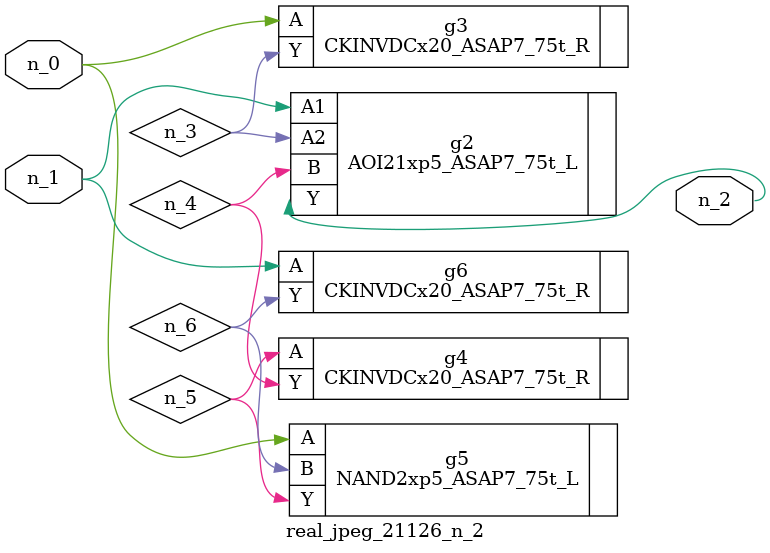
<source format=v>
module real_jpeg_21126_n_2 (n_1, n_0, n_2);

input n_1;
input n_0;

output n_2;

wire n_5;
wire n_4;
wire n_6;
wire n_3;

CKINVDCx20_ASAP7_75t_R g3 ( 
.A(n_0),
.Y(n_3)
);

NAND2xp5_ASAP7_75t_L g5 ( 
.A(n_0),
.B(n_6),
.Y(n_5)
);

AOI21xp5_ASAP7_75t_L g2 ( 
.A1(n_1),
.A2(n_3),
.B(n_4),
.Y(n_2)
);

CKINVDCx20_ASAP7_75t_R g6 ( 
.A(n_1),
.Y(n_6)
);

CKINVDCx20_ASAP7_75t_R g4 ( 
.A(n_5),
.Y(n_4)
);


endmodule
</source>
